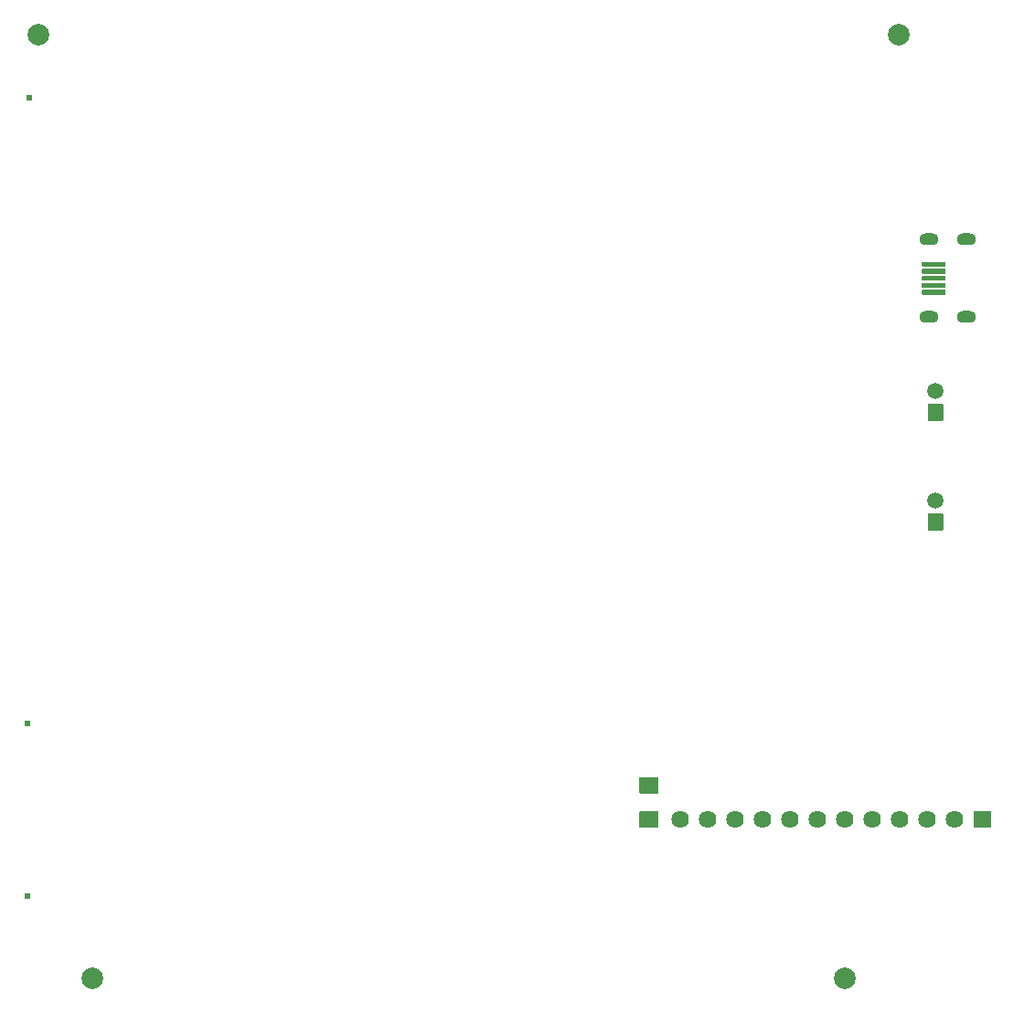
<source format=gbs>
G04 Layer: BottomSolderMaskLayer*
G04 EasyEDA Pro v1.6.32, 2022-10-17 22:27:42*
G04 Gerber Generator version 0.3*
G04 Scale: 100 percent, Rotated: No, Reflected: No*
G04 Dimensions in millimeters*
G04 Leading zeros omitted, absolute positions, 4 integers and 2 decimals*
G04 Panelize: V-CUT, Column: 1, Row: 1, Board Size: 99.693mm x 90.043mm, Panelized Board Size: 99.693mm x 95.438mm, Panelized Method: Only Board Outline*
%FSLAX42Y42*%
%MOMM*%
%ADD10C,1.999999*%
%ADD11O,1.799285X1.100785*%
%ADD12C,1.501597*%
%ADD13C,1.6256*%
%ADD14C,0.610001*%
G75*


G04 Panelize Start*
G54D10*
G01X-4639Y-130D03*
G01X3330Y-130D03*
G01X-4139Y-8874D03*
G01X2830Y-8874D03*
G04 Panelize End*

G04 Pad Start*
G36*
G01X3759Y-2235D02*
G01X3549Y-2235D01*
G03X3544Y-2240I0J-4D01*
G01Y-2275D01*
G03X3549Y-2280I4J0D01*
G01X3759D01*
G03X3764Y-2275I0J4D01*
G01Y-2240D01*
G03X3759Y-2235I-4J0D01*
G37*
G36*
G01X3759Y-2300D02*
G01X3549Y-2300D01*
G03X3544Y-2305I0J-4D01*
G01Y-2341D01*
G03X3549Y-2345I4J0D01*
G01X3759D01*
G03X3764Y-2341I0J4D01*
G01Y-2305D01*
G03X3759Y-2300I-4J0D01*
G37*
G36*
G01X3759Y-2365D02*
G01X3549Y-2365D01*
G03X3544Y-2370I0J-4D01*
G01Y-2406D01*
G03X3549Y-2410I4J0D01*
G01X3759D01*
G03X3764Y-2406I0J4D01*
G01Y-2370D01*
G03X3759Y-2365I-4J0D01*
G37*
G36*
G01X3759Y-2430D02*
G01X3549Y-2430D01*
G03X3544Y-2435I0J-4D01*
G01Y-2471D01*
G03X3549Y-2475I4J0D01*
G01X3759D01*
G03X3764Y-2471I0J4D01*
G01Y-2435D01*
G03X3759Y-2430I-4J0D01*
G37*
G36*
G01X3759Y-2495D02*
G01X3549Y-2495D01*
G03X3544Y-2500I0J-4D01*
G01Y-2536D01*
G03X3549Y-2540I4J0D01*
G01X3759D01*
G03X3764Y-2536I0J4D01*
G01Y-2500D01*
G03X3759Y-2495I-4J0D01*
G37*
G54D11*
G01X3611Y-2745D03*
G01X3958Y-2745D03*
G01X3958Y-2030D03*
G01X3611Y-2030D03*
G36*
G01X3738Y-4569D02*
G01X3603Y-4569D01*
G03X3598Y-4574I0J-5D01*
G01Y-4719D01*
G03X3603Y-4724I5J0D01*
G01X3738D01*
G03X3743Y-4719I0J5D01*
G01Y-4574D01*
G03X3738Y-4569I-5J0D01*
G37*
G54D12*
G01X3670Y-4447D03*
G36*
G01X3738Y-3553D02*
G01X3603Y-3553D01*
G03X3598Y-3558I0J-5D01*
G01Y-3703D01*
G03X3603Y-3708I5J0D01*
G01X3738D01*
G03X3743Y-3703I0J5D01*
G01Y-3558D01*
G03X3738Y-3553I-5J0D01*
G37*
G01X3670Y-3431D03*
G36*
G01X932Y-7163D02*
G01X1100Y-7163D01*
G03X1105Y-7158I0J5D01*
G01Y-7015D01*
G03X1100Y-7010I-5J0D01*
G01X932D01*
G03X927Y-7015I0J-5D01*
G01Y-7158D01*
G03X932Y-7163I5J0D01*
G37*
G36*
G01X932Y-7482D02*
G01X1100Y-7482D01*
G03X1105Y-7477I0J5D01*
G01Y-7333D01*
G03X1100Y-7328I-5J0D01*
G01X932D01*
G03X927Y-7333I0J-5D01*
G01Y-7477D01*
G03X932Y-7482I5J0D01*
G37*
G54D13*
G01X1308Y-7404D03*
G01X1562Y-7404D03*
G01X1816Y-7404D03*
G01X2070Y-7404D03*
G01X2324Y-7404D03*
G01X2578Y-7404D03*
G01X2832Y-7404D03*
G01X3086Y-7404D03*
G01X3340Y-7404D03*
G01X3594Y-7404D03*
G01X3848Y-7404D03*
G36*
G01X4181Y-7478D02*
G01X4181Y-7330D01*
G03X4176Y-7325I-5J0D01*
G01X4028D01*
G03X4023Y-7330I0J-5D01*
G01Y-7478D01*
G03X4028Y-7483I5J0D01*
G01X4176D01*
G03X4181Y-7478I0J5D01*
G37*
G04 Pad End*

G04 Via Start*
G54D14*
G01X-4724Y-711D03*
G01X-4737Y-6515D03*
G01X-4737Y-8115D03*
G04 Via End*

M02*

</source>
